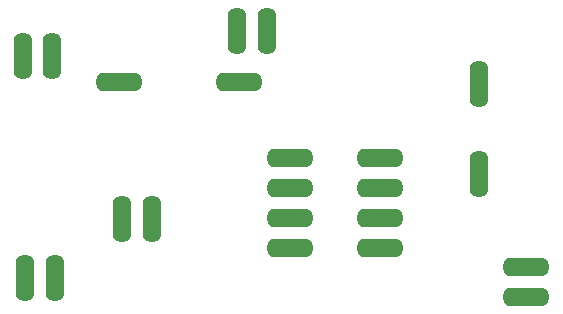
<source format=gbr>
%TF.GenerationSoftware,KiCad,Pcbnew,(6.0.7)*%
%TF.CreationDate,2023-04-27T19:06:35-04:00*%
%TF.ProjectId,sMeter Daughter Board v1,734d6574-6572-4204-9461-756768746572,rev?*%
%TF.SameCoordinates,Original*%
%TF.FileFunction,Soldermask,Bot*%
%TF.FilePolarity,Negative*%
%FSLAX46Y46*%
G04 Gerber Fmt 4.6, Leading zero omitted, Abs format (unit mm)*
G04 Created by KiCad (PCBNEW (6.0.7)) date 2023-04-27 19:06:35*
%MOMM*%
%LPD*%
G01*
G04 APERTURE LIST*
%ADD10O,1.600000X4.000000*%
%ADD11O,4.000000X1.600000*%
G04 APERTURE END LIST*
D10*
%TO.C,D1*%
X108220000Y-109690000D03*
X108220000Y-102070000D03*
%TD*%
D11*
%TO.C,J2*%
X112220000Y-117535000D03*
X112220000Y-120075000D03*
%TD*%
D10*
%TO.C,J1*%
X77973000Y-113472500D03*
X80513000Y-113472500D03*
%TD*%
D11*
%TO.C,U1*%
X92212000Y-108339000D03*
X92212000Y-110879000D03*
X92212000Y-113419000D03*
X92212000Y-115959000D03*
X99832000Y-115959000D03*
X99832000Y-113419000D03*
X99832000Y-110879000D03*
X99832000Y-108339000D03*
%TD*%
%TO.C,D2*%
X77770000Y-101870000D03*
X87930000Y-101870000D03*
%TD*%
D10*
%TO.C,C5*%
X69797349Y-118480000D03*
X72297349Y-118480000D03*
%TD*%
%TO.C,C6*%
X72102651Y-99650000D03*
X69602651Y-99650000D03*
%TD*%
%TO.C,J3*%
X90280000Y-97530000D03*
X87740000Y-97530000D03*
%TD*%
M02*

</source>
